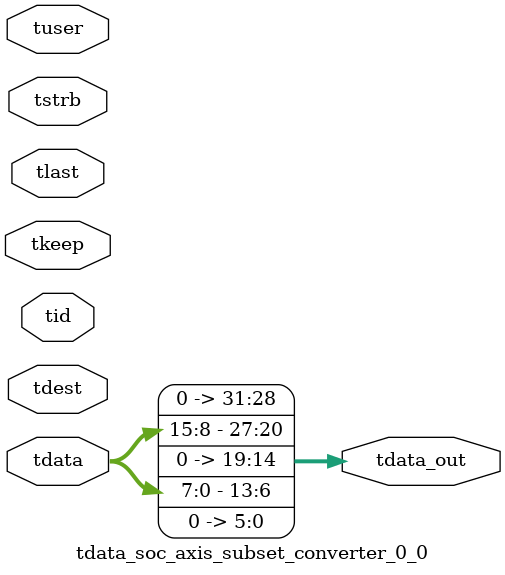
<source format=v>


`timescale 1ps/1ps

module tdata_soc_axis_subset_converter_0_0 #
(
parameter C_S_AXIS_TDATA_WIDTH = 32,
parameter C_S_AXIS_TUSER_WIDTH = 0,
parameter C_S_AXIS_TID_WIDTH   = 0,
parameter C_S_AXIS_TDEST_WIDTH = 0,
parameter C_M_AXIS_TDATA_WIDTH = 32
)
(
input  [(C_S_AXIS_TDATA_WIDTH == 0 ? 1 : C_S_AXIS_TDATA_WIDTH)-1:0     ] tdata,
input  [(C_S_AXIS_TUSER_WIDTH == 0 ? 1 : C_S_AXIS_TUSER_WIDTH)-1:0     ] tuser,
input  [(C_S_AXIS_TID_WIDTH   == 0 ? 1 : C_S_AXIS_TID_WIDTH)-1:0       ] tid,
input  [(C_S_AXIS_TDEST_WIDTH == 0 ? 1 : C_S_AXIS_TDEST_WIDTH)-1:0     ] tdest,
input  [(C_S_AXIS_TDATA_WIDTH/8)-1:0 ] tkeep,
input  [(C_S_AXIS_TDATA_WIDTH/8)-1:0 ] tstrb,
input                                                                    tlast,
output [C_M_AXIS_TDATA_WIDTH-1:0] tdata_out
);

assign tdata_out = {6'b000000,tdata[23:16],6'b000000,tdata[15:8],6'b000000,tdata[7:0],6'b000000};

endmodule


</source>
